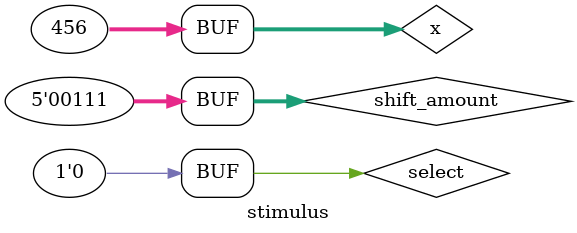
<source format=v>
module shifter(out, in, shift, select);
output reg [31:0] out;
input [31:0] in;
input [4:0] shift;
input select;

always@*
begin
if(~select)
	out = in<<shift;
else if(select)
	out = in>>shift;
end
endmodule

module stimulus;
reg [31:0] x;
reg [4:0] shift_amount;
reg select;
wire [31:0] OUT;

shifter myshifter(OUT, x, shift_amount, select);

initial
	begin
		$monitor($time, "x = %b, shift_amount = %b|%d, select = %b, output = %b\n", x, shift_amount, shift_amount, select, OUT);
		//$monitor($time, "x = %d, shift_amount = %d, select = %b, output = %d\n", x, shift_amount, select, OUT);
	end
initial
	begin
		x = 32'd0; shift_amount = 5'd0; select = 1'b0;
		#2 x = 16'd456; shift_amount = 5'd7; select = 1'b0;
		
	end
endmodule
</source>
